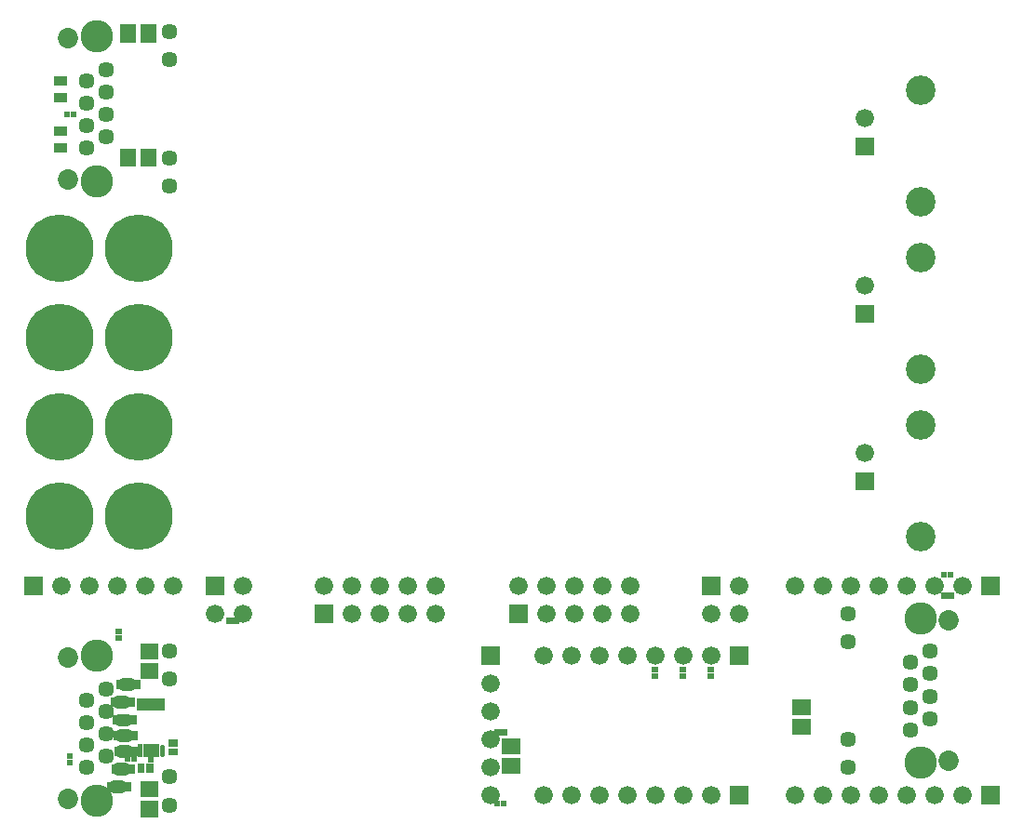
<source format=gbr>
G04 start of page 7 for group -4062 idx -4062 *
G04 Title: (unknown), soldermask *
G04 Creator: pcb 1.99z *
G04 CreationDate: Sat 29 Oct 2016 01:04:31 AM GMT UTC *
G04 For: commonadmin *
G04 Format: Gerber/RS-274X *
G04 PCB-Dimensions (mil): 4000.00 3000.00 *
G04 PCB-Coordinate-Origin: lower left *
%MOIN*%
%FSLAX25Y25*%
%LNBOTTOMMASK*%
%ADD91R,0.0360X0.0360*%
%ADD90R,0.0180X0.0180*%
%ADD89C,0.0180*%
%ADD88R,0.0257X0.0257*%
%ADD87R,0.0572X0.0572*%
%ADD86R,0.0200X0.0200*%
%ADD85C,0.0200*%
%ADD84C,0.2422*%
%ADD83C,0.1060*%
%ADD82C,0.0729*%
%ADD81C,0.1162*%
%ADD80C,0.0572*%
%ADD79C,0.0660*%
%ADD78C,0.0001*%
G54D78*G36*
X351700Y96331D02*Y89731D01*
X358300D01*
Y96331D01*
X351700D01*
G37*
G54D79*X345000Y93031D03*
X335000D03*
X325000D03*
X315000D03*
X305000D03*
X295000D03*
X285000D03*
G54D80*X304016Y73051D03*
X326457Y65571D03*
X333543Y69587D03*
G54D81*X330000Y81516D03*
G54D82*X340039Y80728D03*
G54D80*X304016Y83091D03*
G54D78*G36*
X306700Y133831D02*Y127231D01*
X313300D01*
Y133831D01*
X306700D01*
G37*
G54D79*X310000Y140531D03*
G54D83*X330000Y270531D03*
Y230531D03*
Y210531D03*
Y170531D03*
G54D78*G36*
X306700Y253831D02*Y247231D01*
X313300D01*
Y253831D01*
X306700D01*
G37*
G54D79*X310000Y260531D03*
G54D78*G36*
X306700Y193831D02*Y187231D01*
X313300D01*
Y193831D01*
X306700D01*
G37*
G54D79*X310000Y200531D03*
G54D83*X330000Y150531D03*
Y110531D03*
G54D79*X22500Y93031D03*
G54D84*X21654Y150031D03*
Y182031D03*
Y214031D03*
Y118031D03*
X50000Y182031D03*
G54D80*X60984Y281535D03*
Y246496D03*
Y236457D03*
G54D84*X50000Y214031D03*
G54D80*X60984Y291575D03*
X38543Y278071D03*
X31457Y274055D03*
G54D81*X35000Y290000D03*
G54D82*X24961Y289213D03*
G54D80*X38543Y270039D03*
Y262008D03*
X31457Y266024D03*
X38543Y253976D03*
X31457Y249961D03*
Y257992D03*
G54D81*X35000Y238031D03*
G54D82*X24961Y238819D03*
G54D78*G36*
X74200Y96331D02*Y89731D01*
X80800D01*
Y96331D01*
X74200D01*
G37*
G54D79*X77500Y83031D03*
X87500D03*
Y93031D03*
G54D78*G36*
X9200Y96331D02*Y89731D01*
X15800D01*
Y96331D01*
X9200D01*
G37*
G54D79*X32500Y93031D03*
X42500D03*
X52500D03*
X62500D03*
G54D84*X50000Y150031D03*
Y118031D03*
G54D80*X60984Y59567D03*
Y69606D03*
Y24528D03*
Y14488D03*
X38543Y56102D03*
X31457Y52087D03*
G54D81*X35000Y68031D03*
G54D82*X24961Y67244D03*
G54D80*X38543Y48071D03*
Y40039D03*
X31457Y44055D03*
X38543Y32008D03*
X31457Y27992D03*
Y36024D03*
G54D81*X35000Y16063D03*
G54D82*X24961Y16850D03*
G54D78*G36*
X251700Y96331D02*Y89731D01*
X258300D01*
Y96331D01*
X251700D01*
G37*
G54D79*X255000Y83031D03*
X265000D03*
Y93031D03*
X206000Y83031D03*
Y93031D03*
X216000Y83031D03*
Y93031D03*
X226000Y83031D03*
Y93031D03*
G54D78*G36*
X182700Y86331D02*Y79731D01*
X189300D01*
Y86331D01*
X182700D01*
G37*
G54D79*X186000Y93031D03*
X196000Y83031D03*
Y93031D03*
G54D78*G36*
X113200Y86331D02*Y79731D01*
X119800D01*
Y86331D01*
X113200D01*
G37*
G54D79*X116500Y93031D03*
X126500Y83031D03*
Y93031D03*
X136500Y83031D03*
Y93031D03*
X146500Y83031D03*
Y93031D03*
X156500Y83031D03*
Y93031D03*
G54D78*G36*
X351700Y21331D02*Y14731D01*
X358300D01*
Y21331D01*
X351700D01*
G37*
G36*
X261700D02*Y14731D01*
X268300D01*
Y21331D01*
X261700D01*
G37*
G54D79*X255000Y18031D03*
X245000D03*
X235000D03*
X225000D03*
X215000D03*
X205000D03*
X195000D03*
X176000D03*
X345000D03*
X335000D03*
X325000D03*
X315000D03*
X305000D03*
X295000D03*
X285000D03*
G54D80*X304016Y38012D03*
Y27972D03*
X326457Y41476D03*
Y49508D03*
Y57539D03*
X333543Y61555D03*
Y45492D03*
Y53524D03*
G54D81*X330000Y29547D03*
G54D82*X340039Y30335D03*
G54D78*G36*
X261700Y71331D02*Y64731D01*
X268300D01*
Y71331D01*
X261700D01*
G37*
G54D79*X255000Y68031D03*
X245000D03*
X235000D03*
X225000D03*
X215000D03*
X205000D03*
X195000D03*
G54D78*G36*
X172700Y71331D02*Y64731D01*
X179300D01*
Y71331D01*
X172700D01*
G37*
G54D79*X176000Y58031D03*
Y48031D03*
Y38031D03*
Y28031D03*
G54D85*X41100Y19631D02*X44100D01*
X44800Y20331D01*
X43200Y20231D02*X43800Y19631D01*
X42600D02*X43200Y20231D01*
G54D86*X44800Y20331D02*X46300D01*
G54D87*X53607Y20117D02*X54393D01*
X53607Y13031D02*X54393D01*
G54D86*X39900Y20331D02*X40400D01*
G54D85*X41100Y19631D01*
X41400D02*X42000Y20231D01*
X42600Y19631D01*
X41000Y22231D02*X44100D01*
X40400Y21631D02*X41000Y22231D01*
G54D86*X39900Y21631D02*X40400D01*
G54D85*X42500Y22231D02*X43200Y21531D01*
X42000D02*X42700Y22231D01*
X41300D02*X42000Y21531D01*
X44100Y22231D02*X44700Y21631D01*
G54D86*X46300D01*
G54D85*X43200Y21531D02*X43900Y22231D01*
X44100D01*
X42600Y26031D02*X45600D01*
X46300Y26731D01*
X44700Y26631D02*X45300Y26031D01*
X44100D02*X44700Y26631D01*
G54D86*X46300Y26731D02*X47800D01*
G54D85*X41900D02*X42600Y26031D01*
X42900D02*X43500Y26631D01*
X44100Y26031D01*
G54D86*X41400Y26731D02*X41900D01*
G54D85*X45600Y28631D02*X46200Y28031D01*
G54D86*X47800D01*
G54D85*X44700Y27931D02*X45400Y28631D01*
X45600D01*
X41900Y28031D02*X42500Y28631D01*
G54D86*X41400Y28031D02*X41900D01*
G54D85*X42500Y28631D02*X45600D01*
X44000D02*X44700Y27931D01*
X43500D02*X44200Y28631D01*
X42800D02*X43500Y27931D01*
G54D88*X54148Y28193D02*Y27407D01*
X51000Y28193D02*Y27407D01*
G54D78*G36*
X83913Y81618D02*Y79444D01*
X86087D01*
Y81618D01*
X83913D01*
G37*
G36*
X81551D02*Y79444D01*
X83725D01*
Y81618D01*
X81551D01*
G37*
G36*
X339913Y90618D02*Y88444D01*
X342087D01*
Y90618D01*
X339913D01*
G37*
G36*
X337551D02*Y88444D01*
X339725D01*
Y90618D01*
X337551D01*
G37*
G36*
X339775Y98118D02*Y95944D01*
X341949D01*
Y98118D01*
X339775D01*
G37*
G36*
X337413D02*Y95944D01*
X339587D01*
Y98118D01*
X337413D01*
G37*
G54D85*X43550Y32331D02*X46550D01*
X47250Y33031D01*
X45650Y32931D02*X46250Y32331D01*
X45050D02*X45650Y32931D01*
G54D86*X47250Y33031D02*X48750D01*
G54D85*X42850D02*X43550Y32331D01*
X43850D02*X44450Y32931D01*
X45050Y32331D01*
G54D78*G36*
X47413Y32118D02*Y29944D01*
X49587D01*
Y32118D01*
X47413D01*
G37*
G36*
X53413Y31887D02*Y29713D01*
X55587D01*
Y31887D01*
X53413D01*
G37*
G36*
Y29525D02*Y27351D01*
X55587D01*
Y29525D01*
X53413D01*
G37*
G36*
X45051Y32118D02*Y29944D01*
X47225D01*
Y32118D01*
X45051D01*
G37*
G36*
X24413Y33118D02*Y30944D01*
X26587D01*
Y33118D01*
X24413D01*
G37*
G36*
Y30756D02*Y28582D01*
X26587D01*
Y30756D01*
X24413D01*
G37*
G54D86*X42350Y33031D02*X42850D01*
G54D85*X46550Y34931D02*X47150Y34331D01*
G54D86*X48750D01*
G54D85*X45650Y34231D02*X46350Y34931D01*
X46550D01*
X42850Y34331D02*X43450Y34931D01*
G54D86*X42350Y34331D02*X42850D01*
G54D85*X43450Y34931D02*X46550D01*
X44950D02*X45650Y34231D01*
X44450D02*X45150Y34931D01*
X43750D02*X44450Y34231D01*
G54D89*X58500Y35331D02*Y32731D01*
G54D88*X62107Y33532D02*X62893D01*
X62107Y36680D02*X62893D01*
G54D90*X56500Y35331D02*Y32731D01*
X54500Y35331D02*Y32731D01*
X52600Y35331D02*Y32731D01*
X50600Y35331D02*Y32731D01*
G54D85*X43450Y38031D02*X46450D01*
X47150Y38731D01*
X45550Y38631D02*X46150Y38031D01*
X44950D02*X45550Y38631D01*
G54D86*X47150Y38731D02*X48650D01*
G54D85*X42750D02*X43450Y38031D01*
X43750D02*X44350Y38631D01*
X44950Y38031D01*
G54D87*X183107Y28446D02*X183893D01*
X183107Y35532D02*X183893D01*
G54D78*G36*
X177413Y16118D02*Y13944D01*
X179587D01*
Y16118D01*
X177413D01*
G37*
G36*
X179775D02*Y13944D01*
X181949D01*
Y16118D01*
X179775D01*
G37*
G54D90*X50500Y51831D02*Y49231D01*
X52500Y51831D02*Y49231D01*
X54500Y51831D02*Y49231D01*
X56400Y51831D02*Y49231D01*
X58400Y51831D02*Y49231D01*
G54D87*X287107Y42531D02*X287893D01*
X287107Y49617D02*X287893D01*
G54D78*G36*
X179913Y41618D02*Y39444D01*
X182087D01*
Y41618D01*
X179913D01*
G37*
G36*
X177551D02*Y39444D01*
X179725D01*
Y41618D01*
X177551D01*
G37*
G54D85*X44450Y56331D02*X47450D01*
X48150Y57031D01*
X46550Y56931D02*X47150Y56331D01*
X45950D02*X46550Y56931D01*
G54D86*X48150Y57031D02*X49650D01*
G54D85*X43750D02*X44450Y56331D01*
X44750D02*X45350Y56931D01*
X45950Y56331D01*
G54D86*X43250Y57031D02*X43750D01*
G54D85*X47450Y58931D02*X48050Y58331D01*
G54D86*X49650D01*
G54D85*X46550Y58231D02*X47250Y58931D01*
X47450D01*
X43750Y58331D02*X44350Y58931D01*
G54D86*X43250Y58331D02*X43750D01*
G54D85*X44350Y58931D02*X47450D01*
X45850D02*X46550Y58231D01*
X45350D02*X46050Y58931D01*
X44650D02*X45350Y58231D01*
G54D78*G36*
X243913Y61756D02*Y59582D01*
X246087D01*
Y61756D01*
X243913D01*
G37*
G36*
X253913D02*Y59582D01*
X256087D01*
Y61756D01*
X253913D01*
G37*
G36*
Y64118D02*Y61944D01*
X256087D01*
Y64118D01*
X253913D01*
G37*
G36*
X233913Y61756D02*Y59582D01*
X236087D01*
Y61756D01*
X233913D01*
G37*
G36*
Y64118D02*Y61944D01*
X236087D01*
Y64118D01*
X233913D01*
G37*
G36*
X243913D02*Y61944D01*
X246087D01*
Y64118D01*
X243913D01*
G37*
G54D86*X42250Y38731D02*X42750D01*
G54D85*Y40031D02*X43350Y40631D01*
G54D86*X42250Y40031D02*X42750D01*
G54D85*X43350Y40631D02*X46450D01*
X44850D02*X45550Y39931D01*
X44350D02*X45050Y40631D01*
X43650D02*X44350Y39931D01*
X46450Y40631D02*X47050Y40031D01*
G54D86*X48650D01*
G54D85*X45550Y39931D02*X46250Y40631D01*
X46450D01*
X46100Y43531D02*X46800Y44231D01*
G54D86*X48300D01*
G54D85*X42400D02*X43100Y43531D01*
G54D86*X41900Y44231D02*X42400D01*
G54D85*X43100Y43531D02*X46100D01*
X45200Y44131D02*X45800Y43531D01*
X44600D02*X45200Y44131D01*
X43400Y43531D02*X44000Y44131D01*
X44600Y43531D01*
X46100Y46131D02*X46700Y45531D01*
G54D86*X48300D01*
G54D85*X45200Y45431D02*X45900Y46131D01*
X46100D01*
X43000D02*X46100D01*
X44500D02*X45200Y45431D01*
X44000D02*X44700Y46131D01*
X43300D02*X44000Y45431D01*
X42400Y45531D02*X43000Y46131D01*
G54D86*X41900Y45531D02*X42400D01*
G54D78*G36*
X41913Y77799D02*Y75625D01*
X44087D01*
Y77799D01*
X41913D01*
G37*
G36*
Y75437D02*Y73263D01*
X44087D01*
Y75437D01*
X41913D01*
G37*
G54D86*X41250Y50731D02*X41750D01*
G54D87*X53607Y62446D02*X54393D01*
X53607Y69532D02*X54393D01*
G54D78*G36*
X25775Y263118D02*Y260944D01*
X27949D01*
Y263118D01*
X25775D01*
G37*
G54D87*X46414Y291424D02*Y290638D01*
X53500Y291424D02*Y290638D01*
G54D78*G36*
X23413Y263118D02*Y260944D01*
X25587D01*
Y263118D01*
X23413D01*
G37*
G54D91*X21500Y268031D02*X22500D01*
X21500Y274031D02*X22500D01*
X21500Y256031D02*X22500D01*
X21500Y250031D02*X22500D01*
G54D87*X46414Y246924D02*Y246138D01*
X53500Y246924D02*Y246138D01*
G54D85*X42450Y50031D02*X45450D01*
X46150Y50731D01*
X44550Y50631D02*X45150Y50031D01*
X43950D02*X44550Y50631D01*
G54D86*X46150Y50731D02*X47650D01*
G54D85*X41750D02*X42450Y50031D01*
X42750D02*X43350Y50631D01*
X43950Y50031D01*
X42350Y52631D02*X45450D01*
X41750Y52031D02*X42350Y52631D01*
G54D86*X41250Y52031D02*X41750D01*
G54D85*X43350Y51931D02*X44050Y52631D01*
X42650D02*X43350Y51931D01*
X45450Y52631D02*X46050Y52031D01*
G54D86*X47650D01*
G54D85*X44550Y51931D02*X45250Y52631D01*
X45450D01*
X43850D02*X44550Y51931D01*
M02*

</source>
